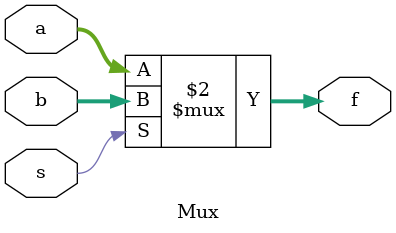
<source format=sv>
module Mux (
    input logic [31:0]a, b,
    input logic s,
    output logic [31:0]f
);
    assign f = (~s) ? a : b ;
    
endmodule


</source>
